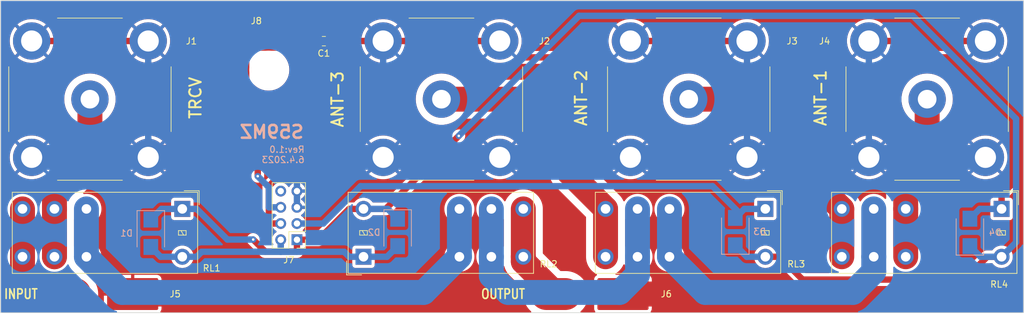
<source format=kicad_pcb>
(kicad_pcb (version 20221018) (generator pcbnew)
  (title_block (title "HF Antenna Switch") (date "2023-04-06") (rev "1.0") (company "S59MZ"))
  (layers (0 "F.Cu" signal) (31 "B.Cu" signal) (34 "B.Paste" user) (35 "F.Paste" user) (36 "B.SilkS" user "B.Silkscreen") (37 "F.SilkS" user "F.Silkscreen") (38 "B.Mask" user) (39 "F.Mask" user) (44 "Edge.Cuts" user))
  (net 0 "")
  (net 1 "/trcv")
  (net 2 "/PTT")
  (net 3 "/PTT-OUT")
  (net 4 "/an3")
  (net 5 "/ANT-3")
  (net 6 "/ANT-2")
  (net 7 "GND")
  (net 8 "/an2")
  (net 9 "/an1")
  (net 10 "+12V")
  (net 12 "/out")
  (net 13 "/inp")
  (net 14 "/rl12")
  (net 15 "/rl23")
  (net 16 "/rl34")
  (footprint "Relay_THT:Relay_DPDT_Omron_G2RL" (layer "F.Cu") (at 215.646 106.2945 180)
    (fp_text reference "RL4" (at 0.381 -11.8155) (layer "F.SilkS"))
    (fp_text value "G2RL-2-DC12")
    (fp_line (start -2.64 2.84) (end -2.64 0.65) (stroke (width 0.12)) (layer "F.SilkS"))
    (fp_line (start -2.4 -10.1) (end -2.4 2.6) (stroke (width 0.12)) (layer "F.SilkS"))
    (fp_line (start -2.4 2.6) (end 26.6 2.6) (stroke (width 0.12)) (layer "F.SilkS"))
    (fp_line (start -0.6 -4.1) (end -0.6 -3.4) (stroke (width 0.12)) (layer "F.SilkS"))
    (fp_line (start -0.6 -3.4) (end 0.6 -3.4) (stroke (width 0.12)) (layer "F.SilkS"))
    (fp_line (start -0.3 2.84) (end -2.64 2.84) (stroke (width 0.12)) (layer "F.SilkS"))
    (fp_line (start 0.2 -3.4) (end -0.2 -4.1) (stroke (width 0.12)) (layer "F.SilkS"))
    (fp_line (start 0.6 -4.1) (end -0.6 -4.1) (stroke (width 0.12)) (layer "F.SilkS"))
    (fp_line (start 0.6 -3.4) (end 0.6 -4.1) (stroke (width 0.12)) (layer "F.SilkS"))
    (fp_line (start 26.6 -10.1) (end -2.4 -10.1) (stroke (width 0.12)) (layer "F.SilkS"))
    (fp_line (start 26.6 2.6) (end 26.6 -10.1) (stroke (width 0.12)) (layer "F.SilkS"))
    (pad "1" thru_hole rect locked (at 0 0 270) (size 2.5 2.5) (drill 1.5) (layers "*.Cu" "*.Mask") (net 6 "/ANT-2"))
    (pad "2" thru_hole oval locked (at 15 0 270) (size 2.5 2.5) (drill 1.5) (layers "*.Cu" "*.Mask") (net 9 "/an1"))
    (pad "3" thru_hole oval locked (at 20 0 270) (size 2.5 2.5) (drill 1.5) (layers "*.Cu" "*.Mask") (net 16 "/rl34"))
    (pad "4" thru_hole oval locked (at 25 0 270) (size 2.5 2.5) (drill 1.5) (layers "*.Cu" "*.Mask") (net 8 "/an2"))
    (pad "5" thru_hole oval locked (at 25 -7.5 270) (size 2.5 2.5) (drill 1.5) (layers "*.Cu" "*.Mask") (net 8 "/an2"))
    (pad "6" thru_hole oval locked (at 20 -7.5 270) (size 2.5 2.5) (drill 1.5) (layers "*.Cu" "*.Mask") (net 16 "/rl34"))
    (pad "7" thru_hole oval locked (at 15 -7.5 270) (size 2.5 2.5) (drill 1.5) (layers "*.Cu" "*.Mask") (net 9 "/an1"))
    (pad "8" thru_hole oval locked (at 0 -7.5 270) (size 2.5 2.5) (drill 1.5) (layers "*.Cu" "*.Mask") (net 10 "+12V"))
  )
  (footprint "Capacitor_SMD:C_0805_2012Metric_Pad1.18x1.45mm_HandSolder" (layer "F.Cu") (at 109.6225 80.01)
    (fp_text reference "C1" (at 0 1.905) (layer "F.SilkS"))
    (fp_text value "10n")
    (fp_line (start -0.261252 -0.735) (end 0.261252 -0.735) (stroke (width 0.12)) (layer "F.SilkS"))
    (fp_line (start -0.261252 0.735) (end 0.261252 0.735) (stroke (width 0.12)) (layer "F.SilkS"))
    (pad "1" smd roundrect locked (at -1.0375 0) (size 1.175 1.45) (layers "F.Cu" "F.Paste" "F.Mask") (roundrect_rratio 0.2127659574) (net 2 "/PTT"))
    (pad "2" smd roundrect locked (at 1.0375 0) (size 1.175 1.45) (layers "F.Cu" "F.Paste" "F.Mask") (roundrect_rratio 0.2127659574) (net 7 "GND"))
  )
  (footprint "Library:SO-239" (layer "F.Cu") (at 204 89.1)
    (fp_text reference "J4" (at -16.04 -9.09) (layer "F.SilkS"))
    (fp_text value "ANT-1")
    (fp_text user "ANT-1" (at -16.675 -0.2 90) (layer "F.SilkS") (effects (font (size 1.8 1.8) (thickness 0.3))))
    (fp_line (start -12.7 -5.08) (end -12.7 5.08) (stroke (width 0.12)) (layer "F.SilkS"))
    (fp_line (start 5.08 -12.7) (end -5.08 -12.7) (stroke (width 0.12)) (layer "F.SilkS"))
    (fp_line (start 5.08 12.7) (end -5.08 12.7) (stroke (width 0.12)) (layer "F.SilkS"))
    (fp_line (start 12.7 -5.08) (end 12.7 5.08) (stroke (width 0.12)) (layer "F.SilkS"))
    (pad "1" thru_hole circle locked (at 0 0) (size 5.842 5.842) (drill 2.921) (layers "*.Cu" "*.Mask") (net 9 "/an1"))
    (pad "2" thru_hole circle locked (at -9.1186 -9.1186) (size 5.842 5.842) (drill 3.302) (layers "*.Cu" "*.Mask") (net 7 "GND"))
    (pad "2" thru_hole circle locked (at -9.1186 9.1186) (size 5.842 5.842) (drill 3.302) (layers "*.Cu" "*.Mask") (net 7 "GND"))
    (pad "2" thru_hole circle locked (at 9.1186 -9.1186) (size 5.842 5.842) (drill 3.302) (layers "*.Cu" "*.Mask") (net 7 "GND"))
    (pad "2" thru_hole circle locked (at 9.1186 9.1186) (size 5.842 5.842) (drill 3.302) (layers "*.Cu" "*.Mask") (net 7 "GND"))
  )
  (footprint "Connector_PinHeader_2.54mm:PinHeader_2x04_P2.54mm_Vertical" (layer "F.Cu") (at 105.41 111.125 180)
    (fp_text reference "J7" (at 1.27 -3.175) (layer "F.SilkS"))
    (fp_text value "hdr-idc 2.54mm")
    (fp_line (start -1.33 -1.33) (end 0 -1.33) (stroke (width 0.12)) (layer "F.SilkS"))
    (fp_line (start -1.33 0) (end -1.33 -1.33) (stroke (width 0.12)) (layer "F.SilkS"))
    (fp_line (start -1.33 1.27) (end -1.33 8.95) (stroke (width 0.12)) (layer "F.SilkS"))
    (fp_line (start -1.33 1.27) (end 1.27 1.27) (stroke (width 0.12)) (layer "F.SilkS"))
    (fp_line (start -1.33 8.95) (end 3.87 8.95) (stroke (width 0.12)) (layer "F.SilkS"))
    (fp_line (start 1.27 -1.33) (end 3.87 -1.33) (stroke (width 0.12)) (layer "F.SilkS"))
    (fp_line (start 1.27 1.27) (end 1.27 -1.33) (stroke (width 0.12)) (layer "F.SilkS"))
    (fp_line (start 3.87 -1.33) (end 3.87 8.95) (stroke (width 0.12)) (layer "F.SilkS"))
    (pad "1" thru_hole rect locked (at 0 0 180) (size 1.7 1.7) (drill 1) (layers "*.Cu" "*.Mask") (net 10 "+12V"))
    (pad "2" thru_hole oval locked (at 2.54 0 180) (size 1.7 1.7) (drill 1) (layers "*.Cu" "*.Mask") (net 3 "/PTT-OUT"))
    (pad "3" thru_hole oval locked (at 0 2.54 180) (size 1.7 1.7) (drill 1) (layers "*.Cu" "*.Mask") (net 5 "/ANT-3"))
    (pad "4" thru_hole oval locked (at 2.54 2.54 180) (size 1.7 1.7) (drill 1) (layers "*.Cu" "*.Mask") (net 6 "/ANT-2"))
    (pad "5" thru_hole oval locked (at 0 5.08 180) (size 1.7 1.7) (drill 1) (layers "*.Cu" "*.Mask") (net 7 "GND"))
    (pad "6" thru_hole oval locked (at 2.54 5.08 180) (size 1.7 1.7) (drill 1) (layers "*.Cu" "*.Mask") (net 2 "/PTT"))
    (pad "7" thru_hole oval locked (at 0 7.62 180) (size 1.7 1.7) (drill 1) (layers "*.Cu" "*.Mask") (net 7 "GND"))
    (pad "8" thru_hole oval locked (at 2.54 7.62 180) (size 1.7 1.7) (drill 1) (layers "*.Cu" "*.Mask"))
  )
  (footprint "Library:Conn_1x1" (layer "F.Cu") (at 100.965 84.51)
    (fp_text reference "J8" (at -1.905 -7.675 unlocked) (layer "F.SilkS"))
    (fp_text value "PTT")
    (pad "" np_thru_hole circle locked (at 0 0) (size 6 6) (drill 6) (layers "F&B.Cu" "*.Mask"))
    (pad "1" smd rect locked (at -4.5 -1.5) (size 3 9) (layers "F.Cu" "F.Paste" "F.Mask") (net 2 "/PTT"))
    (pad "1" smd rect locked (at 0 -4.5) (size 6 3) (layers "F.Cu" "F.Paste" "F.Mask") (net 2 "/PTT"))
  )
  (footprint "Library:Conn_2x1" (layer "F.Cu") (at 69.215 119.634)
    (fp_text reference "J5" (at 17.145 0 unlocked) (layer "F.SilkS"))
    (fp_text value "Input")
    (fp_text user "INPUT" (at -6.985 0 unlocked) (layer "F.SilkS") (effects (font (size 1.5 1.2) (thickness 0.25))))
    (pad "1" smd roundrect locked (at 0 0) (size 8 5) (layers "F.Cu" "F.Paste" "F.Mask") (roundrect_rratio 0.5) (net 13 "/inp"))
    (pad "2" smd roundrect locked (at 10.5 0) (size 8 5) (layers "F.Cu" "F.Paste" "F.Mask") (roundrect_rratio 0.05) (net 7 "GND"))
  )
  (footprint "Library:SO-239" (layer "F.Cu") (at 128.016 89.1)
    (fp_text reference "J2" (at 16.129 -9.09) (layer "F.SilkS"))
    (fp_text value "ANT-3")
    (fp_text user "ANT-3" (at -16.256 0 90) (layer "F.SilkS") (effects (font (size 1.8 1.8) (thickness 0.3))))
    (fp_line (start -12.7 -5.08) (end -12.7 5.08) (stroke (width 0.12)) (layer "F.SilkS"))
    (fp_line (start 5.08 -12.7) (end -5.08 -12.7) (stroke (width 0.12)) (layer "F.SilkS"))
    (fp_line (start 5.08 12.7) (end -5.08 12.7) (stroke (width 0.12)) (layer "F.SilkS"))
    (fp_line (start 12.7 -5.08) (end 12.7 5.08) (stroke (width 0.12)) (layer "F.SilkS"))
    (pad "1" thru_hole circle locked (at 0 0) (size 5.842 5.842) (drill 2.921) (layers "*.Cu" "*.Mask") (net 4 "/an3"))
    (pad "2" thru_hole circle locked (at -9.1186 -9.1186) (size 5.842 5.842) (drill 3.302) (layers "*.Cu" "*.Mask") (net 7 "GND"))
    (pad "2" thru_hole circle locked (at -9.1186 9.1186) (size 5.842 5.842) (drill 3.302) (layers "*.Cu" "*.Mask") (net 7 "GND"))
    (pad "2" thru_hole circle locked (at 9.1186 -9.1186) (size 5.842 5.842) (drill 3.302) (layers "*.Cu" "*.Mask") (net 7 "GND"))
    (pad "2" thru_hole circle locked (at 9.1186 9.1186) (size 5.842 5.842) (drill 3.302) (layers "*.Cu" "*.Mask") (net 7 "GND"))
  )
  (footprint "Library:SO-239" (layer "F.Cu") (at 73.025 89.1)
    (fp_text reference "J1" (at 15.875 -9.09) (layer "F.SilkS"))
    (fp_text value "TRCV")
    (fp_text user "TRCV" (at 16.51 -0.2 90) (layer "F.SilkS") (effects (font (size 1.8 1.8) (thickness 0.3))))
    (fp_line (start -12.7 -5.08) (end -12.7 5.08) (stroke (width 0.12)) (layer "F.SilkS"))
    (fp_line (start 5.08 -12.7) (end -5.08 -12.7) (stroke (width 0.12)) (layer "F.SilkS"))
    (fp_line (start 5.08 12.7) (end -5.08 12.7) (stroke (width 0.12)) (layer "F.SilkS"))
    (fp_line (start 12.7 -5.08) (end 12.7 5.08) (stroke (width 0.12)) (layer "F.SilkS"))
    (pad "1" thru_hole circle locked (at 0 0) (size 5.842 5.842) (drill 2.921) (layers "*.Cu" "*.Mask") (net 1 "/trcv"))
    (pad "2" thru_hole circle locked (at -9.1186 -9.1186) (size 5.842 5.842) (drill 3.302) (layers "*.Cu" "*.Mask") (net 7 "GND"))
    (pad "2" thru_hole circle locked (at -9.1186 9.1186) (size 5.842 5.842) (drill 3.302) (layers "*.Cu" "*.Mask") (net 7 "GND"))
    (pad "2" thru_hole circle locked (at 9.1186 -9.1186) (size 5.842 5.842) (drill 3.302) (layers "*.Cu" "*.Mask") (net 7 "GND"))
    (pad "2" thru_hole circle locked (at 9.1186 9.1186) (size 5.842 5.842) (drill 3.302) (layers "*.Cu" "*.Mask") (net 7 "GND"))
  )
  (footprint "Library:SO-239" (layer "F.Cu") (at 166.7 89.1)
    (fp_text reference "J3" (at 16.18 -9.09) (layer "F.SilkS"))
    (fp_text value "ANT-2")
    (fp_text user "ANT-2" (at -16.84 -0.2 90) (layer "F.SilkS") (effects (font (size 1.8 1.8) (thickness 0.3))))
    (fp_line (start -12.7 -5.08) (end -12.7 5.08) (stroke (width 0.12)) (layer "F.SilkS"))
    (fp_line (start 5.08 -12.7) (end -5.08 -12.7) (stroke (width 0.12)) (layer "F.SilkS"))
    (fp_line (start 5.08 12.7) (end -5.08 12.7) (stroke (width 0.12)) (layer "F.SilkS"))
    (fp_line (start 12.7 -5.08) (end 12.7 5.08) (stroke (width 0.12)) (layer "F.SilkS"))
    (pad "1" thru_hole circle locked (at 0 0) (size 5.842 5.842) (drill 2.921) (layers "*.Cu" "*.Mask") (net 8 "/an2"))
    (pad "2" thru_hole circle locked (at -9.1186 -9.1186) (size 5.842 5.842) (drill 3.302) (layers "*.Cu" "*.Mask") (net 7 "GND"))
    (pad "2" thru_hole circle locked (at -9.1186 9.1186) (size 5.842 5.842) (drill 3.302) (layers "*.Cu" "*.Mask") (net 7 "GND"))
    (pad "2" thru_hole circle locked (at 9.1186 -9.1186) (size 5.842 5.842) (drill 3.302) (layers "*.Cu" "*.Mask") (net 7 "GND"))
    (pad "2" thru_hole circle locked (at 9.1186 9.1186) (size 5.842 5.842) (drill 3.302) (layers "*.Cu" "*.Mask") (net 7 "GND"))
  )
  (footprint "Relay_THT:Relay_DPDT_Omron_G2RL" (layer "F.Cu") (at 178.689 106.2945 180)
    (fp_text reference "RL3" (at -4.826 -8.6405) (layer "F.SilkS"))
    (fp_text value "G2RL-2-DC12")
    (fp_line (start -2.64 2.84) (end -2.64 0.65) (stroke (width 0.12)) (layer "F.SilkS"))
    (fp_line (start -2.4 -10.1) (end -2.4 2.6) (stroke (width 0.12)) (layer "F.SilkS"))
    (fp_line (start -2.4 2.6) (end 26.6 2.6) (stroke (width 0.12)) (layer "F.SilkS"))
    (fp_line (start -0.6 -4.1) (end -0.6 -3.4) (stroke (width 0.12)) (layer "F.SilkS"))
    (fp_line (start -0.6 -3.4) (end 0.6 -3.4) (stroke (width 0.12)) (layer "F.SilkS"))
    (fp_line (start -0.3 2.84) (end -2.64 2.84) (stroke (width 0.12)) (layer "F.SilkS"))
    (fp_line (start 0.2 -3.4) (end -0.2 -4.1) (stroke (width 0.12)) (layer "F.SilkS"))
    (fp_line (start 0.6 -4.1) (end -0.6 -4.1) (stroke (width 0.12)) (layer "F.SilkS"))
    (fp_line (start 0.6 -3.4) (end 0.6 -4.1) (stroke (width 0.12)) (layer "F.SilkS"))
    (fp_line (start 26.6 -10.1) (end -2.4 -10.1) (stroke (width 0.12)) (layer "F.SilkS"))
    (fp_line (start 26.6 2.6) (end 26.6 -10.1) (stroke (width 0.12)) (layer "F.SilkS"))
    (pad "1" thru_hole rect locked (at 0 0 270) (size 2.5 2.5) (drill 1.5) (layers "*.Cu" "*.Mask") (net 5 "/ANT-3"))
    (pad "2" thru_hole oval locked (at 15 0 270) (size 2.5 2.5) (drill 1.5) (layers "*.Cu" "*.Mask") (net 16 "/rl34"))
    (pad "3" thru_hole oval locked (at 20 0 270) (size 2.5 2.5) (drill 1.5) (layers "*.Cu" "*.Mask") (net 15 "/rl23"))
    (pad "4" thru_hole oval locked (at 25 0 270) (size 2.5 2.5) (drill 1.5) (layers "*.Cu" "*.Mask") (net 4 "/an3"))
    (pad "5" thru_hole oval locked (at 25 -7.5 270) (size 2.5 2.5) (drill 1.5) (layers "*.Cu" "*.Mask") (net 4 "/an3"))
    (pad "6" thru_hole oval locked (at 20 -7.5 270) (size 2.5 2.5) (drill 1.5) (layers "*.Cu" "*.Mask") (net 15 "/rl23"))
    (pad "7" thru_hole oval locked (at 15 -7.5 270) (size 2.5 2.5) (drill 1.5) (layers "*.Cu" "*.Mask") (net 16 "/rl34"))
    (pad "8" thru_hole oval locked (at 0 -7.5 270) (size 2.5 2.5) (drill 1.5) (layers "*.Cu" "*.Mask") (net 10 "+12V"))
  )
  (footprint "Relay_THT:Relay_DPDT_Omron_G2RL" (layer "F.Cu") (at 115.824 113.792)
    (fp_text reference "RL2" (at 28.956 1.143 180) (layer "F.SilkS"))
    (fp_text value "G2RL-2-DC12")
    (fp_line (start -2.64 2.84) (end -2.64 0.65) (stroke (width 0.12)) (layer "F.SilkS"))
    (fp_line (start -2.4 -10.1) (end -2.4 2.6) (stroke (width 0.12)) (layer "F.SilkS"))
    (fp_line (start -2.4 2.6) (end 26.6 2.6) (stroke (width 0.12)) (layer "F.SilkS"))
    (fp_line (start -0.6 -4.1) (end -0.6 -3.4) (stroke (width 0.12)) (layer "F.SilkS"))
    (fp_line (start -0.6 -3.4) (end 0.6 -3.4) (stroke (width 0.12)) (layer "F.SilkS"))
    (fp_line (start -0.3 2.84) (end -2.64 2.84) (stroke (width 0.12)) (layer "F.SilkS"))
    (fp_line (start 0.2 -3.4) (end -0.2 -4.1) (stroke (width 0.12)) (layer "F.SilkS"))
    (fp_line (start 0.6 -4.1) (end -0.6 -4.1) (stroke (width 0.12)) (layer "F.SilkS"))
    (fp_line (start 0.6 -3.4) (end 0.6 -4.1) (stroke (width 0.12)) (layer "F.SilkS"))
    (fp_line (start 26.6 -10.1) (end -2.4 -10.1) (stroke (width 0.12)) (layer "F.SilkS"))
    (fp_line (start 26.6 2.6) (end 26.6 -10.1) (stroke (width 0.12)) (layer "F.SilkS"))
    (pad "1" thru_hole rect locked (at 0 0 90) (size 2.5 2.5) (drill 1.5) (layers "*.Cu" "*.Mask") (net 3 "/PTT-OUT"))
    (pad "2" thru_hole oval locked (at 15 0 90) (size 2.5 2.5) (drill 1.5) (layers "*.Cu" "*.Mask") (net 14 "/rl12"))
    (pad "3" thru_hole oval locked (at 20 0 90) (size 2.5 2.5) (drill 1.5) (layers "*.Cu" "*.Mask") (net 15 "/rl23"))
    (pad "4" thru_hole oval locked (at 25 0 90) (size 2.5 2.5) (drill 1.5) (layers "*.Cu" "*.Mask") (net 12 "/out"))
    (pad "5" thru_hole oval locked (at 25 -7.5 90) (size 2.5 2.5) (drill 1.5) (layers "*.Cu" "*.Mask") (net 12 "/out"))
    (pad "6" thru_hole oval locked (at 20 -7.5 90) (size 2.5 2.5) (drill 1.5) (layers "*.Cu" "*.Mask") (net 15 "/rl23"))
    (pad "7" thru_hole oval locked (at 15 -7.5 90) (size 2.5 2.5) (drill 1.5) (layers "*.Cu" "*.Mask") (net 14 "/rl12"))
    (pad "8" thru_hole oval locked (at 0 -7.5 90) (size 2.5 2.5) (drill 1.5) (layers "*.Cu" "*.Mask") (net 10 "+12V"))
  )
  (footprint "Library:Conn_2x1" (layer "F.Cu") (at 145.915 119.634)
    (fp_text reference "J6" (at 17.28 0 unlocked) (layer "F.SilkS"))
    (fp_text value "Output")
    (fp_text user "OUTPUT" (at -8.255 0 unlocked) (layer "F.SilkS") (effects (font (size 1.5 1.2) (thickness 0.25))))
    (pad "1" smd roundrect locked (at 0 0) (size 8 5) (layers "F.Cu" "F.Paste" "F.Mask") (roundrect_rratio 0.5) (net 12 "/out"))
    (pad "2" smd roundrect locked (at 10.5 0) (size 8 5) (layers "F.Cu" "F.Paste" "F.Mask") (roundrect_rratio 0.05) (net 7 "GND"))
  )
  (footprint "Relay_THT:Relay_DPDT_Omron_G2RL" (layer "F.Cu") (at 87.4755 106.2945 180)
    (fp_text reference "RL1" (at -4.5995 -9.2755) (layer "F.SilkS"))
    (fp_text value "G2RL-2-DC12")
    (fp_line (start -2.64 2.84) (end -2.64 0.65) (stroke (width 0.12)) (layer "F.SilkS"))
    (fp_line (start -2.4 -10.1) (end -2.4 2.6) (stroke (width 0.12)) (layer "F.SilkS"))
    (fp_line (start -2.4 2.6) (end 26.6 2.6) (stroke (width 0.12)) (layer "F.SilkS"))
    (fp_line (start -0.6 -4.1) (end -0.6 -3.4) (stroke (width 0.12)) (layer "F.SilkS"))
    (fp_line (start -0.6 -3.4) (end 0.6 -3.4) (stroke (width 0.12)) (layer "F.SilkS"))
    (fp_line (start -0.3 2.84) (end -2.64 2.84) (stroke (width 0.12)) (layer "F.SilkS"))
    (fp_line (start 0.2 -3.4) (end -0.2 -4.1) (stroke (width 0.12)) (layer "F.SilkS"))
    (fp_line (start 0.6 -4.1) (end -0.6 -4.1) (stroke (width 0.12)) (layer "F.SilkS"))
    (fp_line (start 0.6 -3.4) (end 0.6 -4.1) (stroke (width 0.12)) (layer "F.SilkS"))
    (fp_line (start 26.6 -10.1) (end -2.4 -10.1) (stroke (width 0.12)) (layer "F.SilkS"))
    (fp_line (start 26.6 2.6) (end 26.6 -10.1) (stroke (width 0.12)) (layer "F.SilkS"))
    (pad "1" thru_hole rect locked (at 0 0 270) (size 2.5 2.5) (drill 1.5) (layers "*.Cu" "*.Mask") (net 10 "+12V"))
    (pad "2" thru_hole oval locked (at 15 0 270) (size 2.5 2.5) (drill 1.5) (layers "*.Cu" "*.Mask") (net 14 "/rl12"))
    (pad "3" thru_hole oval locked (at 20 0 270) (size 2.5 2.5) (drill 1.5) (layers "*.Cu" "*.Mask") (net 1 "/trcv"))
    (pad "4" thru_hole oval locked (at 25 0 270) (size 2.5 2.5) (drill 1.5) (layers "*.Cu" "*.Mask") (net 13 "/inp"))
    (pad "5" thru_hole oval locked (at 25 -7.5 270) (size 2.5 2.5) (drill 1.5) (layers "*.Cu" "*.Mask") (net 13 "/inp"))
    (pad "6" thru_hole oval locked (at 20 -7.5 270) (size 2.5 2.5) (drill 1.5) (layers "*.Cu" "*.Mask") (net 1 "/trcv"))
    (pad "7" thru_hole oval locked (at 15 -7.5 270) (size 2.5 2.5) (drill 1.5) (layers "*.Cu" "*.Mask") (net 14 "/rl12"))
    (pad "8" thru_hole oval locked (at 0 -7.5 270) (size 2.5 2.5) (drill 1.5) (layers "*.Cu" "*.Mask") (net 3 "/PTT-OUT"))
  )
  (footprint "Diode_SMD:D_SMB" (layer "B.Cu") (at 173.99 109.855 90)
    (fp_text reference "D3" (at 0 3.81) (layer "B.SilkS") (effects (justify mirror)))
    (fp_text value "1N4007")
    (fp_line (start -3.55 -2.15) (end 2.15 -2.15) (stroke (width 0.12)) (layer "B.SilkS"))
    (fp_line (start -3.55 2.15) (end -3.55 -2.15) (stroke (width 0.12)) (layer "B.SilkS"))
    (fp_line (start -3.55 2.15) (end 2.15 2.15) (stroke (width 0.12)) (layer "B.SilkS"))
    (pad "1" smd rect locked (at -2.15 0 90) (size 2.5 2.3) (layers "B.Cu" "B.Paste" "B.Mask") (net 10 "+12V"))
    (pad "2" smd rect locked (at 2.15 0 90) (size 2.5 2.3) (layers "B.Cu" "B.Paste" "B.Mask") (net 5 "/ANT-3"))
  )
  (footprint "Diode_SMD:D_SMB" (layer "B.Cu") (at 82.55 110.109 -90)
    (fp_text reference "D1" (at 0 3.81 180) (layer "B.SilkS") (effects (justify mirror)))
    (fp_text value "1N4007")
    (fp_line (start -3.55 -2.15) (end 2.15 -2.15) (stroke (width 0.12)) (layer "B.SilkS"))
    (fp_line (start -3.55 2.15) (end -3.55 -2.15) (stroke (width 0.12)) (layer "B.SilkS"))
    (fp_line (start -3.55 2.15) (end 2.15 2.15) (stroke (width 0.12)) (layer "B.SilkS"))
    (pad "1" smd rect locked (at -2.15 0 270) (size 2.5 2.3) (layers "B.Cu" "B.Paste" "B.Mask") (net 10 "+12V"))
    (pad "2" smd rect locked (at 2.15 0 270) (size 2.5 2.3) (layers "B.Cu" "B.Paste" "B.Mask") (net 3 "/PTT-OUT"))
  )
  (footprint "Diode_SMD:D_SMB" (layer "B.Cu") (at 210.693 109.982 90)
    (fp_text reference "D4" (at 0 3.937) (layer "B.SilkS") (effects (justify mirror)))
    (fp_text value "1N4007")
    (fp_line (start -3.55 -2.15) (end 2.15 -2.15) (stroke (width 0.12)) (layer "B.SilkS"))
    (fp_line (start -3.55 2.15) (end -3.55 -2.15) (stroke (width 0.12)) (layer "B.SilkS"))
    (fp_line (start -3.55 2.15) (end 2.15 2.15) (stroke (width 0.12)) (layer "B.SilkS"))
    (pad "1" smd rect locked (at -2.15 0 90) (size 2.5 2.3) (layers "B.Cu" "B.Paste" "B.Mask") (net 10 "+12V"))
    (pad "2" smd rect locked (at 2.15 0 90) (size 2.5 2.3) (layers "B.Cu" "B.Paste" "B.Mask") (net 6 "/ANT-2"))
  )
  (footprint "Diode_SMD:D_SMB" (layer "B.Cu") (at 121.158 109.982 -90)
    (fp_text reference "D2" (at 0 3.683 180) (layer "B.SilkS") (effects (justify mirror)))
    (fp_text value "1N4007")
    (fp_line (start -3.55 -2.15) (end 2.15 -2.15) (stroke (width 0.12)) (layer "B.SilkS"))
    (fp_line (start -3.55 2.15) (end -3.55 -2.15) (stroke (width 0.12)) (layer "B.SilkS"))
    (fp_line (start -3.55 2.15) (end 2.15 2.15) (stroke (width 0.12)) (layer "B.SilkS"))
    (pad "1" smd rect locked (at -2.15 0 270) (size 2.5 2.3) (layers "B.Cu" "B.Paste" "B.Mask") (net 10 "+12V"))
    (pad "2" smd rect locked (at 2.15 0 270) (size 2.5 2.3) (layers "B.Cu" "B.Paste" "B.Mask") (net 3 "/PTT-OUT"))
  )
  (gr_rect locked (start 59.055 73.66) (end 219.075 122.555) (stroke (width 0.1)) (fill none) (layer "Edge.Cuts"))
  (gr_text "S59MZ" (at 106.68 94.234) (layer "B.SilkS") (effects (font (size 2 2) (thickness 0.4)) (justify left mirror)))
  (gr_text "Rev:1.0\n6.4.2023" (at 106.68 97.79) (layer "B.SilkS") (effects (font (size 1 1)) (justify left mirror)))
  (segment locked (start 73.025 98.425) (end 73.025 89.1) (width 3.9) (layer "F.Cu") (net 1))
  (segment locked (start 67.4755 103.9745) (end 73.025 98.425) (width 3.9) (layer "F.Cu") (net 1))
  (segment locked (start 67.4755 106.2945) (end 67.4755 113.7945) (width 3.9) (layer "F.Cu") (net 1))
  (segment locked (start 67.4755 106.2945) (end 67.4755 103.9745) (width 3.9) (layer "F.Cu") (net 1))
  (segment (start 67.4759 110.0442) (end 67.4759 113.7941) (width 3.9) (layer "F.Cu") (net 1))
  (segment (start 67.4759 113.7941) (end 67.4755 113.7945) (width 2.4998) (layer "F.Cu") (net 1))
  (segment (start 99.2769 97.5805) (end 96.465 94.7686) (width 1) (layer "F.Cu") (net 2))
  (segment (start 100.965 80.01) (end 96.9647 80.01) (width 1) (layer "F.Cu") (net 2))
  (segment (start 99.2769 101.1689) (end 99.2769 97.5805) (width 1) (layer "F.Cu") (net 2))
  (segment (start 108.585 80.01) (end 100.965 80.01) (width 1) (layer "F.Cu") (net 2))
  (segment (start 96.9647 82.5103) (end 96.465 83.01) (width 1) (layer "F.Cu") (net 2))
  (segment (start 96.9647 80.01) (end 96.9647 82.5103) (width 1) (layer "F.Cu") (net 2))
  (segment (start 96.465 94.7686) (end 96.465 83.01) (width 1) (layer "F.Cu") (net 2))
  (via (at 99.2769 101.1689) (size 0.8) (drill 0.4) (layers "F.Cu" "B.Cu") (net 2))
  (segment (start 101.0197 106.045) (end 101.0197 102.9117) (width 1) (layer "B.Cu") (net 2))
  (segment (start 101.0197 102.9117) (end 99.2769 101.1689) (width 1) (layer "B.Cu") (net 2))
  (segment (start 102.87 106.045) (end 101.0197 106.045) (width 1) (layer "B.Cu") (net 2))
  (segment locked (start 119.498 113.792) (end 121.158 112.132) (width 1) (layer "B.Cu") (net 3))
  (segment (start 115.824 113.792) (end 113.5737 113.792) (width 1) (layer "B.Cu") (net 3))
  (segment locked (start 84.0855 113.7945) (end 82.55 112.259) (width 1) (layer "B.Cu") (net 3))
  (segment (start 89.7258 113.7945) (end 90.5105 113.0098) (width 1) (layer "B.Cu") (net 3))
  (segment locked (start 87.4755 113.7945) (end 84.0855 113.7945) (width 1) (layer "B.Cu") (net 3))
  (segment (start 90.5105 113.0098) (end 102.87 113.0098) (width 1) (layer "B.Cu") (net 3))
  (segment (start 102.87 112.0501) (end 102.87 113.0098) (width 1) (layer "B.Cu") (net 3))
  (segment (start 102.87 113.0098) (end 112.7915 113.0098) (width 1) (layer "B.Cu") (net 3))
  (segment (start 102.87 111.125) (end 102.87 112.0501) (width 1) (layer "B.Cu") (net 3))
  (segment (start 112.7915 113.0098) (end 113.5737 113.792) (width 1) (layer "B.Cu") (net 3))
  (segment (start 87.4755 113.7945) (end 89.7258 113.7945) (width 1) (layer "B.Cu") (net 3))
  (segment locked (start 115.824 113.792) (end 119.498 113.792) (width 1) (layer "B.Cu") (net 3))
  (segment locked (start 153.689 106.2945) (end 147.955 100.5605) (width 3.9) (layer "F.Cu") (net 4))
  (segment locked (start 147.955 100.5605) (end 147.955 91.44) (width 3.9) (layer "F.Cu") (net 4))
  (segment locked (start 153.689 106.2945) (end 153.689 113.7945) (width 3.9) (layer "F.Cu") (net 4))
  (segment locked (start 147.955 91.44) (end 145.615 89.1) (width 3.9) (layer "F.Cu") (net 4))
  (segment locked (start 145.615 89.1) (end 128.016 89.1) (width 3.9) (layer "F.Cu") (net 4))
  (segment (start 115.3719 102.7342) (end 109.5211 108.585) (width 1) (layer "B.Cu") (net 5))
  (segment locked (start 175.4005 106.2945) (end 173.99 107.705) (width 1) (layer "B.Cu") (net 5))
  (segment (start 109.5211 108.585) (end 105.41 108.585) (width 1) (layer "B.Cu") (net 5))
  (segment (start 174.695 106.9995) (end 170.4297 102.7342) (width 1) (layer "B.Cu") (net 5))
  (segment locked (start 178.689 106.2945) (end 175.4005 106.2945) (width 1) (layer "B.Cu") (net 5))
  (segment (start 170.4297 102.7342) (end 115.3719 102.7342) (width 1) (layer "B.Cu") (net 5))
  (segment (start 120.521532 83.9024) (end 119.8421 83.9024) (width 1) (layer "F.Cu") (net 6))
  (segment (start 215.646 104.0442) (end 217.082 102.6082) (width 1) (layer "F.Cu") (net 6))
  (segment (start 197.857932 82.55) (end 196.505532 83.9024) (width 1) (layer "F.Cu") (net 6))
  (segment (start 159.205532 83.9024) (end 155.957268 83.9024) (width 1) (layer "F.Cu") (net 6))
  (segment (start 119.8421 83.9024) (end 101.0197 102.7248) (width 1) (layer "F.Cu") (net 6))
  (segment (start 160.557932 82.55) (end 159.205532 83.9024) (width 1) (layer "F.Cu") (net 6))
  (segment (start 138.758732 83.9024) (end 135.510468 83.9024) (width 1) (layer "F.Cu") (net 6))
  (segment (start 217.082 102.6082) (end 217.082 92.622) (width 1) (layer "F.Cu") (net 6))
  (segment (start 207.01 82.55) (end 197.857932 82.55) (width 1) (layer "F.Cu") (net 6))
  (segment (start 135.510468 83.9024) (end 134.158068 82.55) (width 1) (layer "F.Cu") (net 6))
  (segment (start 217.082 92.622) (end 207.01 82.55) (width 1) (layer "F.Cu") (net 6))
  (segment (start 215.646 106.2945) (end 215.646 104.0442) (width 1) (layer "F.Cu") (net 6))
  (segment (start 196.505532 83.9024) (end 174.194468 83.9024) (width 1) (layer "F.Cu") (net 6))
  (segment (start 101.0197 108.585) (end 102.87 108.585) (width 1) (layer "F.Cu") (net 6))
  (segment (start 121.873932 82.55) (end 120.521532 83.9024) (width 1) (layer "F.Cu") (net 6))
  (segment (start 134.158068 82.55) (end 121.873932 82.55) (width 1) (layer "F.Cu") (net 6))
  (segment (start 140.111132 82.55) (end 138.758732 83.9024) (width 1) (layer "F.Cu") (net 6))
  (segment (start 154.604868 82.55) (end 140.111132 82.55) (width 1) (layer "F.Cu") (net 6))
  (segment (start 174.194468 83.9024) (end 172.842068 82.55) (width 1) (layer "F.Cu") (net 6))
  (segment (start 101.0197 102.7248) (end 101.0197 108.585) (width 1) (layer "F.Cu") (net 6))
  (segment (start 155.957268 83.9024) (end 154.604868 82.55) (width 1) (layer "F.Cu") (net 6))
  (segment (start 172.842068 82.55) (end 160.557932 82.55) (width 1) (layer "F.Cu") (net 6))
  (segment locked (start 215.646 106.2945) (end 212.2305 106.2945) (width 1) (layer "B.Cu") (net 6))
  (segment locked (start 212.2305 106.2945) (end 210.693 107.832) (width 1) (layer "B.Cu") (net 6))
  (segment (start 82.1436 79.9814) (end 63.9064 79.9814) (width 1) (layer "F.Cu") (net 7))
  (segment locked (start 156.415 119.634) (end 166.751 119.634) (width 3.9) (layer "F.Cu") (net 7))
  (segment locked (start 94.615 98.425) (end 94.4086 98.2186) (width 3.9) (layer "F.Cu") (net 7))
  (segment locked (start 93.091 119.634) (end 94.615 118.11) (width 3.9) (layer "F.Cu") (net 7))
  (segment locked (start 94.615 118.11) (end 94.615 98.425) (width 3.9) (layer "F.Cu") (net 7))
  (segment (start 118.8974 79.9814) (end 110.6886 79.9814) (width 1) (layer "F.Cu") (net 7))
  (segment locked (start 166.751 119.634) (end 169.545 116.84) (width 3.9) (layer "F.Cu") (net 7))
  (segment locked (start 94.4086 98.2186) (end 82.1436 98.2186) (width 3.9) (layer "F.Cu") (net 7))
  (segment locked (start 169.545 98.425) (end 169.7514 98.2186) (width 3.9) (layer "F.Cu") (net 7))
  (segment locked (start 169.545 116.84) (end 169.545 98.425) (width 3.9) (layer "F.Cu") (net 7))
  (segment (start 137.1346 79.9814) (end 118.8974 79.9814) (width 1) (layer "F.Cu") (net 7))
  (segment locked (start 169.7514 98.2186) (end 175.8186 98.2186) (width 3.9) (layer "F.Cu") (net 7))
  (segment locked (start 79.715 119.634) (end 93.091 119.634) (width 3.9) (layer "F.Cu") (net 7))
  (segment (start 110.6886 79.9814) (end 110.66 80.01) (width 1) (layer "F.Cu") (net 7))
  (segment (start 194.8814 79.9814) (end 213.1186 79.9814) (width 1) (layer "F.Cu") (net 7))
  (segment (start 157.5814 79.9814) (end 175.8186 79.9814) (width 1) (layer "F.Cu") (net 7))
  (segment (start 105.41 103.505) (end 105.41 98.6472) (width 1) (layer "B.Cu") (net 7))
  (segment (start 213.1186 98.2186) (end 105.8386 98.2186) (width 3.9) (layer "B.Cu") (net 7))
  (segment (start 105.41 98.6472) (end 105.8386 98.2186) (width 1) (layer "B.Cu") (net 7))
  (segment (start 118.8974 90.5482) (end 118.8974 79.9814) (width 1) (layer "B.Cu") (net 7))
  (segment (start 194.8814 79.9814) (end 194.8814 98.2186) (width 1) (layer "B.Cu") (net 7))
  (segment (start 105.8386 98.2186) (end 63.9064 98.2186) (width 3.9) (layer "B.Cu") (net 7))
  (segment (start 111.227 98.2186) (end 118.8974 90.5482) (width 1) (layer "B.Cu") (net 7))
  (segment (start 175.8186 79.9814) (end 175.8186 98.2186) (width 1) (layer "B.Cu") (net 7))
  (segment (start 105.41 103.505) (end 105.41 106.045) (width 1) (layer "B.Cu") (net 7))
  (segment (start 82.1436 79.9814) (end 82.1436 98.2186) (width 1) (layer "B.Cu") (net 7))
  (segment locked (start 185.42 101.0685) (end 185.42 91.44) (width 3.9) (layer "F.Cu") (net 8))
  (segment locked (start 183.08 89.1) (end 166.7 89.1) (width 3.9) (layer "F.Cu") (net 8))
  (segment locked (start 185.42 91.44) (end 183.08 89.1) (width 3.9) (layer "F.Cu") (net 8))
  (segment locked (start 190.646 106.2945) (end 185.42 101.0685) (width 3.9) (layer "F.Cu") (net 8))
  (segment locked (start 190.646 106.2945) (end 190.646 113.7945) (width 3.9) (layer "F.Cu") (net 8))
  (segment locked (start 204 99.53) (end 204 89.1) (width 3.9) (layer "F.Cu") (net 9))
  (segment locked (start 200.646 102.884) (end 204 99.53) (width 3.9) (layer "F.Cu") (net 9))
  (segment locked (start 200.646 106.2945) (end 200.646 113.7945) (width 3.9) (layer "F.Cu") (net 9))
  (segment locked (start 200.646 106.2945) (end 200.646 102.884) (width 3.9) (layer "F.Cu") (net 9))
  (segment (start 130.7277 94.854) (end 119.2897 106.292) (width 1) (layer "F.Cu") (net 10))
  (segment (start 213.3957 113.7945) (end 209.8224 117.3678) (width 1) (layer "F.Cu") (net 10))
  (segment (start 215.646 113.7945) (end 213.3957 113.7945) (width 1) (layer "F.Cu") (net 10))
  (segment (start 113.5737 106.292) (end 108.7407 111.125) (width 1) (layer "F.Cu") (net 10))
  (segment (start 108.7407 111.125) (end 105.41 111.125) (width 1) (layer "F.Cu") (net 10))
  (segment (start 178.689 113.7945) (end 180.9393 113.7945) (width 1) (layer "F.Cu") (net 10))
  (segment (start 105.41 111.125) (end 105.41 112.9753) (width 1) (layer "F.Cu") (net 10))
  (segment (start 119.2897 106.292) (end 115.824 106.292) (width 1) (layer "F.Cu") (net 10))
  (segment (start 115.824 106.292) (end 113.5737 106.292) (width 1) (layer "F.Cu") (net 10))
  (segment (start 209.8224 117.3678) (end 184.5126 117.3678) (width 1) (layer "F.Cu") (net 10))
  (segment (start 100.4453 112.9753) (end 98.5652 111.0952) (width 1) (layer "F.Cu") (net 10))
  (segment (start 105.41 112.9753) (end 100.4453 112.9753) (width 1) (layer "F.Cu") (net 10))
  (segment (start 184.5126 117.3678) (end 180.9393 113.7945) (width 1) (layer "F.Cu") (net 10))
  (via (at 98.5652 111.0952) (size 0.8) (drill 0.4) (layers "F.Cu" "B.Cu") (net 10))
  (via (at 130.7277 94.854) (size 0.8) (drill 0.4) (layers "F.Cu" "B.Cu") (net 10))
  (segment locked (start 178.689 113.7945) (end 175.7795 113.7945) (width 1) (layer "B.Cu") (net 10))
  (segment locked (start 84.2145 106.2945) (end 82.55 107.959) (width 1) (layer "B.Cu") (net 10))
  (segment locked (start 175.7795 113.7945) (end 173.99 112.005) (width 1) (layer "B.Cu") (net 10))
  (segment locked (start 115.824 106.292) (end 119.618 106.292) (width 1) (layer "B.Cu") (net 10))
  (segment (start 217.9134 92.1834) (end 217.9134 111.5266) (width 1) (layer "B.Cu") (net 10))
  (segment (start 149.5409 76.0408) (end 201.7708 76.0408) (width 1) (layer "B.Cu") (net 10))
  (segment locked (start 119.618 106.292) (end 121.158 107.832) (width 1) (layer "B.Cu") (net 10))
  (segment (start 87.4755 106.2945) (end 89.7258 106.2945) (width 1) (layer "B.Cu") (net 10))
  (segment locked (start 215.646 113.7945) (end 212.3555 113.7945) (width 1) (layer "B.Cu") (net 10))
  (segment (start 215.646 113.794) (end 215.646 113.7945) (width 1) (layer "B.Cu") (net 10))
  (segment (start 217.9134 111.5266) (end 215.646 113.794) (width 1) (layer "B.Cu") (net 10))
  (segment (start 130.7277 94.854) (end 149.5409 76.0408) (width 1) (layer "B.Cu") (net 10))
  (segment locked (start 87.4755 106.2945) (end 84.2145 106.2945) (width 1) (layer "B.Cu") (net 10))
  (segment (start 201.7708 76.0408) (end 217.9134 92.1834) (width 1) (layer "B.Cu") (net 10))
  (segment (start 89.7258 106.2945) (end 94.5265 111.0952) (width 1) (layer "B.Cu") (net 10))
  (segment locked (start 212.3555 113.7945) (end 210.693 112.132) (width 1) (layer "B.Cu") (net 10))
  (segment (start 94.5265 111.0952) (end 98.5652 111.0952) (width 1) (layer "B.Cu") (net 10))
  (segment locked (start 140.824 106.292) (end 140.824 113.792) (width 3.9) (layer "F.Cu") (net 12))
  (segment locked (start 140.824 113.792) (end 140.824 114.543) (width 3.9) (layer "F.Cu") (net 12))
  (segment locked (start 140.824 114.543) (end 145.915 119.634) (width 3.9) (layer "F.Cu") (net 12))
  (segment locked (start 62.4755 117.0855) (end 65.024 119.634) (width 3.9) (layer "F.Cu") (net 13))
  (segment locked (start 65.024 119.634) (end 66.547234 119.634) (width 3.9) (layer "F.Cu") (net 13))
  (segment locked (start 62.4755 113.7945) (end 62.4755 117.0855) (width 3.9) (layer "F.Cu") (net 13))
  (segment locked (start 62.4755 106.2945) (end 62.4755 113.7945) (width 3.9) (layer "F.Cu") (net 13))
  (segment locked (start 66.547234 119.634) (end 69.215 119.634) (width 3.9) (layer "F.Cu") (net 13))
  (segment locked (start 72.4755 113.7945) (end 72.4755 106.2945) (width 3.9) (layer "B.Cu") (net 14))
  (segment locked (start 78.061 119.38) (end 125.236 119.38) (width 3.9) (layer "B.Cu") (net 14))
  (segment locked (start 125.236 119.38) (end 130.824 113.792) (width 3.9) (layer "B.Cu") (net 14))
  (segment locked (start 72.4755 113.7945) (end 78.061 119.38) (width 3.9) (layer "B.Cu") (net 14))
  (segment locked (start 130.824 113.792) (end 130.824 106.292) (width 3.9) (layer "B.Cu") (net 14))
  (segment locked (start 155.8925 119.38) (end 138.43 119.38) (width 3.9) (layer "B.Cu") (net 15))
  (segment locked (start 158.689 113.7945) (end 158.689 116.5835) (width 3.9) (layer "B.Cu") (net 15))
  (segment locked (start 135.824 113.792) (end 135.824 106.292) (width 3.9) (layer "B.Cu") (net 15))
  (segment locked (start 158.689 116.5835) (end 155.8925 119.38) (width 3.9) (layer "B.Cu") (net 15))
  (segment locked (start 138.43 119.38) (end 135.824 116.774) (width 3.9) (layer "B.Cu") (net 15))
  (segment locked (start 158.689 113.7945) (end 158.689 106.2945) (width 3.9) (layer "B.Cu") (net 15))
  (segment locked (start 135.824 116.774) (end 135.824 113.792) (width 3.9) (layer "B.Cu") (net 15))
  (segment locked (start 195.646 116.139) (end 192.405 119.38) (width 3.9) (layer "B.Cu") (net 16))
  (segment locked (start 163.689 113.7945) (end 163.689 106.2945) (width 3.9) (layer "B.Cu") (net 16))
  (segment locked (start 169.2745 119.38) (end 163.689 113.7945) (width 3.9) (layer "B.Cu") (net 16))
  (segment locked (start 195.646 113.7945) (end 195.646 116.139) (width 3.9) (layer "B.Cu") (net 16))
  (segment locked (start 195.646 113.7945) (end 195.646 106.2945) (width 3.9) (layer "B.Cu") (net 16))
  (segment locked (start 192.405 119.38) (end 169.2745 119.38) (width 3.9) (layer "B.Cu") (net 16))
  (zone (net 7) (net_name "GND") (layers "F&B.Cu") (connect_pads (clearance 0.508)) (min_thickness 0.254) (fill yes (thermal_gap 0.508) (thermal_bridge_width 0.508))
    (polygon (pts (xy 219.075 122.555) (xy 59.055 122.555) (xy 59.055 73.66) (xy 219.075 73.66)))
  )
)
</source>
